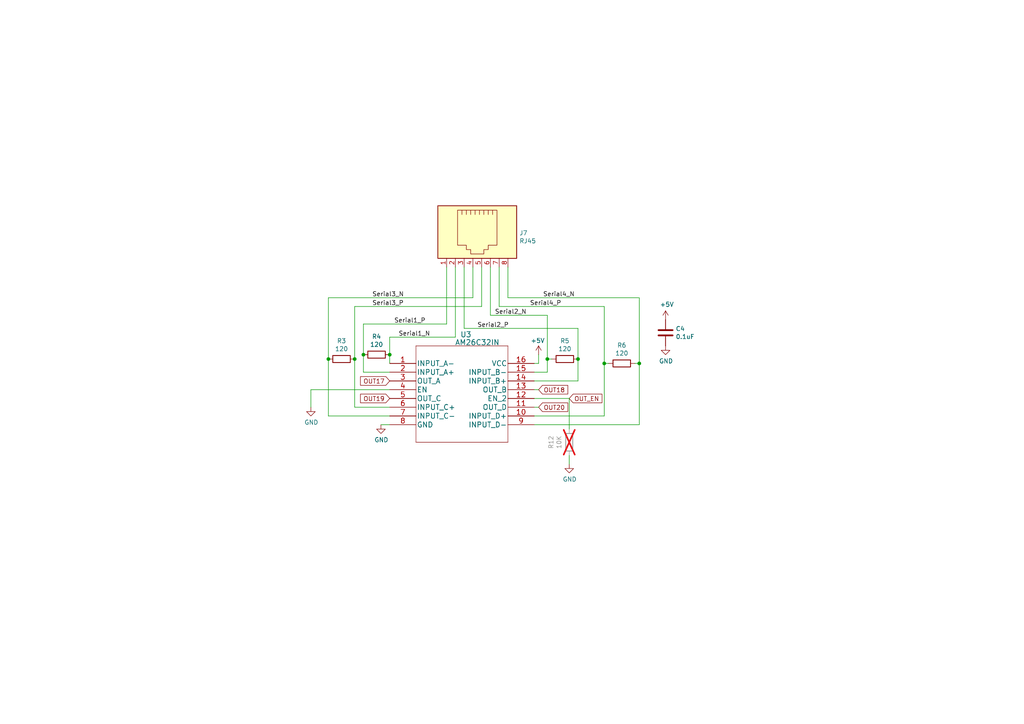
<source format=kicad_sch>
(kicad_sch (version 20250114) (generator "eeschema") (generator_version "9.0")
  (paper "A4")
  (title_block (title "Receiver Out SMD") (date "2025-02-23") (rev "v3") (company "Scott Hanson"))
  (lib_symbols
    (symbol "AM26C32IN:AM26C32IN" (pin_names (offset 0.254))
      (property "Reference" "U" (at 20.32 11.43 0))
      (property "Value" "AM26C32IN_AM26C32IN" (at 20.32 8.89 0))
      (symbol "AM26C32IN_1_1"
        (polyline (pts (xy 7.62 5.08) (xy 7.62 -22.86)) (stroke (width 0.127)))
        (rectangle (start 7.62 5.08) (end 34.29 5.08))
        (polyline (pts (xy 34.29 -22.86) (xy 34.29 5.08)) (stroke (width 0.127)))
        (rectangle (start 34.29 -22.86) (end 7.62 -22.86))
        (pin unspecified line (at 0 0 0) (length 7.62) (name "INPUT_A-") (number "1"))
        (pin unspecified line (at 0 -2.54 0) (length 7.62) (name "INPUT_A+") (number "2"))
        (pin unspecified line (at 0 -5.08 0) (length 7.62) (name "OUT_A") (number "3"))
        (pin unspecified line (at 0 -7.62 0) (length 7.62) (name "EN") (number "4"))
        (pin unspecified line (at 0 -10.16 0) (length 7.62) (name "OUT_C") (number "5"))
        (pin unspecified line (at 0 -12.7 0) (length 7.62) (name "INPUT_C+") (number "6"))
        (pin unspecified line (at 0 -15.24 0) (length 7.62) (name "INPUT_C-") (number "7"))
        (pin unspecified line (at 0 -17.78 0) (length 7.62) (name "GND") (number "8"))
        (pin unspecified line (at 41.91 0 180) (length 7.62) (name "VCC") (number "16"))
        (pin unspecified line (at 41.91 -2.54 180) (length 7.62) (name "INPUT_B-") (number "15"))
        (pin unspecified line (at 41.91 -5.08 180) (length 7.62) (name "INPUT_B+") (number "14"))
        (pin unspecified line (at 41.91 -7.62 180) (length 7.62) (name "OUT_B") (number "13"))
        (pin unspecified line (at 41.91 -10.16 180) (length 7.62) (name "EN_2") (number "12"))
        (pin unspecified line (at 41.91 -12.7 180) (length 7.62) (name "OUT_D") (number "11"))
        (pin unspecified line (at 41.91 -15.24 180) (length 7.62) (name "INPUT_D+") (number "10"))
        (pin unspecified line (at 41.91 -17.78 180) (length 7.62) (name "INPUT_D-") (number "9"))
      )
    )
    (symbol "Connector:RJ45" (pin_names (offset 1.016))
      (property "Reference" "J" (at -5.08 13.97 0))
      (property "Value" "RJ45" (at 2.54 13.97 0))
      (symbol "RJ45_0_1"
        (polyline (pts (xy -6.35 1.905) (xy -5.08 1.905) (xy -5.08 1.905)))
        (polyline (pts (xy -6.35 0.635) (xy -5.08 0.635) (xy -5.08 0.635)))
        (polyline (pts (xy -6.35 -0.635) (xy -5.08 -0.635) (xy -5.08 -0.635)))
        (polyline (pts (xy -6.35 -1.905) (xy -5.08 -1.905) (xy -5.08 -1.905)))
        (polyline (pts (xy -6.35 -3.175) (xy -5.08 -3.175) (xy -5.08 -3.175)))
        (polyline (pts (xy -6.35 -4.445) (xy -6.35 6.985) (xy 3.81 6.985) (xy 3.81 4.445) (xy 5.08 4.445) (xy 5.08 3.175) (xy 6.35 3.175) (xy 6.35 -0.635) (xy 5.08 -0.635) (xy 5.08 -1.905) (xy 3.81 -1.905) (xy 3.81 -4.445) (xy -6.35 -4.445) (xy -6.35 -4.445)))
        (polyline (pts (xy -5.08 5.715) (xy -6.35 5.715)))
        (polyline (pts (xy -5.08 4.445) (xy -6.35 4.445)))
        (polyline (pts (xy -5.08 3.175) (xy -6.35 3.175) (xy -6.35 3.175)))
        (rectangle (start 7.62 12.7) (end -7.62 -10.16) (stroke (width 0.254)) (fill (type background)))
      )
      (symbol "RJ45_1_1"
        (pin passive line (at 10.16 10.16 180) (length 2.54) (name "~") (number "8"))
        (pin passive line (at 10.16 7.62 180) (length 2.54) (name "~") (number "7"))
        (pin passive line (at 10.16 5.08 180) (length 2.54) (name "~") (number "6"))
        (pin passive line (at 10.16 2.54 180) (length 2.54) (name "~") (number "5"))
        (pin passive line (at 10.16 0 180) (length 2.54) (name "~") (number "4"))
        (pin passive line (at 10.16 -2.54 180) (length 2.54) (name "~") (number "3"))
        (pin passive line (at 10.16 -5.08 180) (length 2.54) (name "~") (number "2"))
        (pin passive line (at 10.16 -7.62 180) (length 2.54) (name "~") (number "1"))
      )
    )
    (symbol "Device:C" (pin_numbers (hide yes)) (pin_names (offset 0.254))
      (property "Reference" "C" (at 0.635 2.54 0))
      (property "Value" "C" (at 0.635 -2.54 0))
      (symbol "C_0_1"
        (polyline (pts (xy -2.032 0.762) (xy 2.032 0.762)) (stroke (width 0.508)))
        (polyline (pts (xy -2.032 -0.762) (xy 2.032 -0.762)) (stroke (width 0.508)))
      )
      (symbol "C_1_1"
        (pin passive line (at 0 3.81 270) (length 2.794) (name "~") (number "1"))
        (pin passive line (at 0 -3.81 90) (length 2.794) (name "~") (number "2"))
      )
    )
    (symbol "Device:R" (pin_numbers (hide yes)) (pin_names (offset 0))
      (property "Reference" "R" (at 2.032 0 90))
      (property "Value" "R" (at 0 0 90))
      (symbol "R_0_1"
        (rectangle (start -1.016 -2.54) (end 1.016 2.54) (stroke (width 0.254)))
      )
      (symbol "R_1_1"
        (pin passive line (at 0 3.81 270) (length 1.27) (name "~") (number "1"))
        (pin passive line (at 0 -3.81 90) (length 1.27) (name "~") (number "2"))
      )
    )
    (symbol "power:+5V" (power) (pin_names (offset 0))
      (property "Value" "+5V" (at 0 3.556 0))
      (symbol "+5V_0_1"
        (polyline (pts (xy -0.762 1.27) (xy 0 2.54)))
        (polyline (pts (xy 0 2.54) (xy 0.762 1.27)))
        (polyline (pts (xy 0 0) (xy 0 2.54)))
      )
      (symbol "+5V_1_1"
        (pin power_in line (at 0 0 90) (length 0) (hide yes) (name "+5V") (number "1"))
      )
    )
    (symbol "power:GND" (power) (pin_names (offset 0))
      (property "Value" "GND" (at 0 -3.81 0))
      (symbol "GND_0_1"
        (polyline (pts (xy 0 0) (xy 0 -1.27) (xy 1.27 -1.27) (xy 0 -2.54) (xy -1.27 -1.27) (xy 0 -1.27)))
      )
      (symbol "GND_1_1"
        (pin power_in line (at 0 0 270) (length 0) (hide yes) (name "GND") (number "1"))
      )
    )
  )
  (junction (at 95.25 104.14))
  (junction (at 167.64 104.14))
  (junction (at 185.42 105.41))
  (junction (at 105.41 102.87))
  (junction (at 102.87 104.14))
  (junction (at 158.75 104.14))
  (junction (at 175.26 105.41))
  (junction (at 113.03 102.87))
  (wire (pts (xy 90.17 113.03) (xy 90.17 118.11)))
  (wire (pts (xy 137.16 77.47) (xy 137.16 86.36)))
  (wire (pts (xy 154.94 120.65) (xy 175.26 120.65)))
  (wire (pts (xy 113.03 102.87) (xy 113.03 105.41)))
  (wire (pts (xy 139.7 77.47) (xy 139.7 88.9)))
  (wire (pts (xy 134.62 95.25) (xy 167.64 95.25)))
  (wire (pts (xy 156.21 102.87) (xy 156.21 105.41)))
  (wire (pts (xy 165.1 115.57) (xy 165.1 124.46)))
  (wire (pts (xy 144.78 77.47) (xy 144.78 88.9)))
  (wire (pts (xy 132.08 97.79) (xy 113.03 97.79)))
  (wire (pts (xy 132.08 77.47) (xy 132.08 97.79)))
  (wire (pts (xy 142.24 77.47) (xy 142.24 91.44)))
  (wire (pts (xy 129.54 77.47) (xy 129.54 93.98)))
  (wire (pts (xy 167.64 95.25) (xy 167.64 104.14)))
  (wire (pts (xy 105.41 107.95) (xy 113.03 107.95)))
  (wire (pts (xy 102.87 118.11) (xy 102.87 104.14)))
  (wire (pts (xy 165.1 132.08) (xy 165.1 134.62)))
  (wire (pts (xy 154.94 118.11) (xy 156.21 118.11)))
  (wire (pts (xy 95.25 104.14) (xy 95.25 86.36)))
  (wire (pts (xy 176.53 105.41) (xy 175.26 105.41)))
  (wire (pts (xy 95.25 86.36) (xy 137.16 86.36)))
  (wire (pts (xy 110.49 123.19) (xy 113.03 123.19)))
  (wire (pts (xy 184.15 105.41) (xy 185.42 105.41)))
  (wire (pts (xy 158.75 104.14) (xy 160.02 104.14)))
  (wire (pts (xy 134.62 77.47) (xy 134.62 95.25)))
  (wire (pts (xy 154.94 113.03) (xy 156.21 113.03)))
  (wire (pts (xy 154.94 110.49) (xy 167.64 110.49)))
  (wire (pts (xy 147.32 86.36) (xy 185.42 86.36)))
  (wire (pts (xy 147.32 86.36) (xy 147.32 77.47)))
  (wire (pts (xy 185.42 105.41) (xy 185.42 86.36)))
  (wire (pts (xy 175.26 105.41) (xy 175.26 120.65)))
  (wire (pts (xy 113.03 120.65) (xy 95.25 120.65)))
  (wire (pts (xy 90.17 113.03) (xy 113.03 113.03)))
  (wire (pts (xy 154.94 107.95) (xy 158.75 107.95)))
  (wire (pts (xy 129.54 93.98) (xy 105.41 93.98)))
  (wire (pts (xy 185.42 123.19) (xy 185.42 105.41)))
  (wire (pts (xy 144.78 88.9) (xy 175.26 88.9)))
  (wire (pts (xy 167.64 104.14) (xy 167.64 110.49)))
  (wire (pts (xy 154.94 115.57) (xy 165.1 115.57)))
  (wire (pts (xy 95.25 120.65) (xy 95.25 104.14)))
  (wire (pts (xy 113.03 97.79) (xy 113.03 102.87)))
  (wire (pts (xy 105.41 93.98) (xy 105.41 102.87)))
  (wire (pts (xy 102.87 104.14) (xy 102.87 88.9)))
  (wire (pts (xy 113.03 118.11) (xy 102.87 118.11)))
  (wire (pts (xy 158.75 91.44) (xy 158.75 104.14)))
  (wire (pts (xy 158.75 107.95) (xy 158.75 104.14)))
  (wire (pts (xy 102.87 88.9) (xy 139.7 88.9)))
  (wire (pts (xy 142.24 91.44) (xy 158.75 91.44)))
  (wire (pts (xy 175.26 88.9) (xy 175.26 105.41)))
  (wire (pts (xy 154.94 123.19) (xy 185.42 123.19)))
  (wire (pts (xy 156.21 105.41) (xy 154.94 105.41)))
  (wire (pts (xy 105.41 102.87) (xy 105.41 107.95)))
  (label "Serial2_N" (at 143.51 91.44 0))
  (label "Serial1_P" (at 114.3 93.98 0))
  (label "Serial1_N" (at 115.57 97.79 0))
  (label "Serial3_N" (at 107.95 86.36 0))
  (label "Serial4_P" (at 153.67 88.9 0))
  (label "Serial2_P" (at 138.43 95.25 0))
  (label "Serial3_P" (at 107.95 88.9 0))
  (label "Serial4_N" (at 157.48 86.36 0))
  (global_label "OUT17" (shape input) (at 113.03 110.49 180) (property "Intersheetrefs" "${INTERSHEET_REFS}" (effects (hide yes))))
  (global_label "OUT20" (shape input) (at 156.21 118.11 0) (property "Intersheetrefs" "${INTERSHEET_REFS}" (effects (hide yes))))
  (global_label "OUT19" (shape input) (at 113.03 115.57 180) (property "Intersheetrefs" "${INTERSHEET_REFS}" (effects (hide yes))))
  (global_label "OUT_EN" (shape input) (at 165.1 115.57 0) (property "Intersheetrefs" "${INTERSHEET_REFS}" (effects (hide yes))))
  (global_label "OUT18" (shape input) (at 156.21 113.03 0) (property "Intersheetrefs" "${INTERSHEET_REFS}" (effects (hide yes))))
  (symbol (lib_id "AM26C32IN:AM26C32IN") (at 113.03 105.41 0) (unit 1)
    (property "Reference" "U3" (at 135.128 97.028 0) (effects (font (size 1.524 1.524))))
    (property "Value" "AM26C32IN" (at 138.43 99.314 0) (effects (font (size 1.524 1.524))))
    (property "Footprint" "Package_SO:SOIC-16_3.9x9.9mm_P1.27mm" (effects (hide yes)))
    (property "Digi-Key_PN" "296-37322-1-ND" (effects (hide yes)))
    (property "MPN" "AM26C32INSR" (effects (hide yes)))
    (property "LCSC_PN" "C6180" (effects (hide yes)))
  )
  (symbol (lib_id "Connector:RJ45") (at 137.16 67.31 270) (unit 1)
    (property "Reference" "J7" (at 150.622 67.5894 90) (effects (justify left)))
    (property "Value" "RJ45" (at 150.622 69.9008 90) (effects (justify left)))
    (property "Footprint" "Scotts:RJ45_Amphenol_54602-x08_Horizontal" (effects (hide yes)))
    (property "Digi-Key_PN" "AE10392-ND" (effects (hide yes)))
    (property "MPN" "A-2014-2-4-R" (effects (hide yes)))
    (property "LCSC_PN" "C2938579" (effects (hide yes)))
  )
  (symbol (lib_id "power:+5V") (at 156.21 102.87 0) (unit 1)
    (property "Reference" "#PWR017" (effects (hide yes)))
    (property "Value" "+5V" (at 155.956 98.806 0))
  )
  (symbol (lib_id "power:GND") (at 90.17 118.11 0) (unit 1)
    (property "Reference" "#PWR018" (effects (hide yes)))
    (property "Value" "GND" (at 90.297 122.5042 0))
  )
  (symbol (lib_id "power:GND") (at 110.49 123.19 0) (unit 1)
    (property "Reference" "#PWR016" (effects (hide yes)))
    (property "Value" "GND" (at 110.617 127.5842 0))
  )
  (symbol (lib_id "Device:C") (at 193.04 96.52 0) (unit 1)
    (property "Reference" "C4" (at 195.961 95.3516 0) (effects (justify left)))
    (property "Value" "0.1uF" (at 195.961 97.663 0) (effects (justify left)))
    (property "Footprint" "Capacitor_SMD:C_0402_1005Metric" (effects (hide yes)))
    (property "Digi-Key_PN" "1292-1630-1-ND" (effects (hide yes)))
    (property "MPN" "0402B104K160CT" (effects (hide yes)))
    (property "LCSC_PN" "C1525" (effects (hide yes)))
  )
  (symbol (lib_id "power:GND") (at 193.04 100.33 0) (unit 1)
    (property "Reference" "#PWR024" (effects (hide yes)))
    (property "Value" "GND" (at 193.167 104.7242 0))
  )
  (symbol (lib_id "power:+5V") (at 193.04 92.71 0) (unit 1)
    (property "Reference" "#PWR023" (effects (hide yes)))
    (property "Value" "+5V" (at 193.421 88.3158 0))
  )
  (symbol (lib_id "Device:R") (at 99.06 104.14 270) (unit 1)
    (property "Reference" "R3" (at 99.06 98.8822 90))
    (property "Value" "120" (at 99.06 101.1936 90))
    (property "Footprint" "Resistor_SMD:R_0603_1608Metric" (effects (hide yes)))
    (property "LCSC_PN" "C22787" (effects (hide yes)))
    (property "Digi-Key_PN" "A129677CT-ND" (effects (hide yes)))
    (property "MPN" "CRGCQ0603F120R" (effects (hide yes)))
  )
  (symbol (lib_id "Device:R") (at 109.22 102.87 270) (unit 1)
    (property "Reference" "R4" (at 109.22 97.6122 90))
    (property "Value" "120" (at 109.22 99.9236 90))
    (property "Footprint" "Resistor_SMD:R_0603_1608Metric" (effects (hide yes)))
    (property "LCSC_PN" "C22787" (effects (hide yes)))
    (property "Digi-Key_PN" "A129677CT-ND" (effects (hide yes)))
    (property "MPN" "CRGCQ0603F120R" (effects (hide yes)))
  )
  (symbol (lib_id "Device:R") (at 163.83 104.14 270) (unit 1)
    (property "Reference" "R5" (at 163.83 98.8822 90))
    (property "Value" "120" (at 163.83 101.1936 90))
    (property "Footprint" "Resistor_SMD:R_0603_1608Metric" (effects (hide yes)))
    (property "LCSC_PN" "C22787" (effects (hide yes)))
    (property "Digi-Key_PN" "A129677CT-ND" (effects (hide yes)))
    (property "MPN" "CRGCQ0603F120R" (effects (hide yes)))
  )
  (symbol (lib_id "Device:R") (at 180.34 105.41 270) (unit 1)
    (property "Reference" "R6" (at 180.34 100.1522 90))
    (property "Value" "120" (at 180.34 102.4636 90))
    (property "Footprint" "Resistor_SMD:R_0603_1608Metric" (effects (hide yes)))
    (property "LCSC_PN" "C22787" (effects (hide yes)))
    (property "Digi-Key_PN" "A129677CT-ND" (effects (hide yes)))
    (property "MPN" "CRGCQ0603F120R" (effects (hide yes)))
  )
  (symbol (lib_id "Device:R") (at 165.1 128.27 0) (unit 1) (in_bom no) (dnp yes)
    (property "Reference" "R12" (at 159.8422 128.27 90))
    (property "Value" "10K" (at 162.1536 128.27 90))
    (property "Footprint" "Resistor_SMD:R_0603_1608Metric" (effects (hide yes)))
    (property "LCSC_PN" "C25804" (effects (hide yes)))
    (property "Digi-Key_PN" "311-10.0KHRCT-ND" (effects (hide yes)))
    (property "MPN" "RC0603FR-0710KL" (effects (hide yes)))
    (property "LCSC" "C25804" (effects (hide yes)))
  )
  (symbol (lib_id "power:GND") (at 165.1 134.62 0) (unit 1)
    (property "Reference" "#PWR027" (effects (hide yes)))
    (property "Value" "GND" (at 165.227 139.0142 0))
  )
)
</source>
